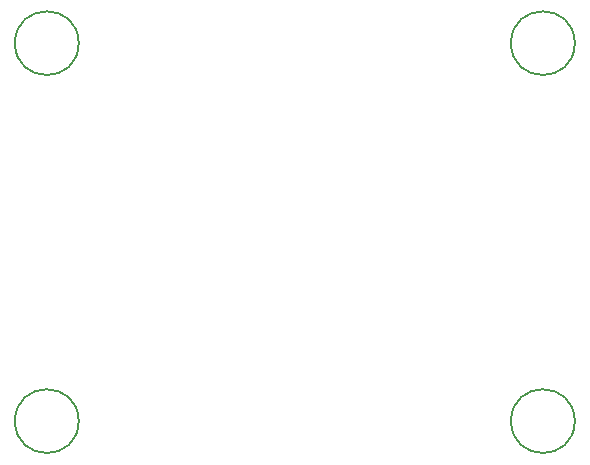
<source format=gbr>
%TF.GenerationSoftware,KiCad,Pcbnew,8.0.2*%
%TF.CreationDate,2024-10-27T20:36:43-03:00*%
%TF.ProjectId,LumiCom_Led,4c756d69-436f-46d5-9f4c-65642e6b6963,rev?*%
%TF.SameCoordinates,Original*%
%TF.FileFunction,Other,Comment*%
%FSLAX46Y46*%
G04 Gerber Fmt 4.6, Leading zero omitted, Abs format (unit mm)*
G04 Created by KiCad (PCBNEW 8.0.2) date 2024-10-27 20:36:43*
%MOMM*%
%LPD*%
G01*
G04 APERTURE LIST*
%ADD10C,0.150000*%
G04 APERTURE END LIST*
D10*
%TO.C,H2*%
X183700000Y-116000000D02*
G75*
G02*
X178300000Y-116000000I-2700000J0D01*
G01*
X178300000Y-116000000D02*
G75*
G02*
X183700000Y-116000000I2700000J0D01*
G01*
%TO.C,H4*%
X183700000Y-84000000D02*
G75*
G02*
X178300000Y-84000000I-2700000J0D01*
G01*
X178300000Y-84000000D02*
G75*
G02*
X183700000Y-84000000I2700000J0D01*
G01*
%TO.C,H1*%
X141700000Y-84000000D02*
G75*
G02*
X136300000Y-84000000I-2700000J0D01*
G01*
X136300000Y-84000000D02*
G75*
G02*
X141700000Y-84000000I2700000J0D01*
G01*
%TO.C,H3*%
X141700000Y-116000000D02*
G75*
G02*
X136300000Y-116000000I-2700000J0D01*
G01*
X136300000Y-116000000D02*
G75*
G02*
X141700000Y-116000000I2700000J0D01*
G01*
%TD*%
M02*

</source>
